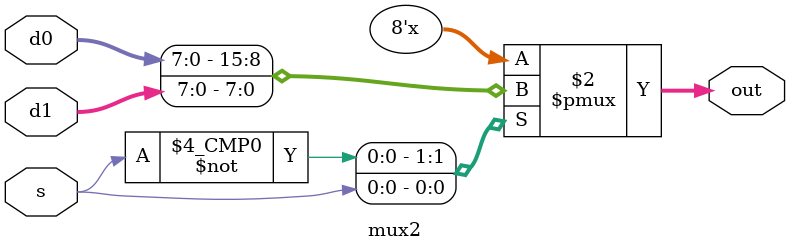
<source format=v>
`timescale 1ns / 1ps


module mux2
#(parameter WIDTH = 8)

(
    input   wire [WIDTH-1:0]    d0,
    input   wire [WIDTH-1:0]    d1,
    input   wire                s,
    output  reg [WIDTH-1:0]     out
);

always @*
    case(s)
        1'b0:   out = d0;
        1'b1:   out = d1;
    endcase

endmodule

</source>
